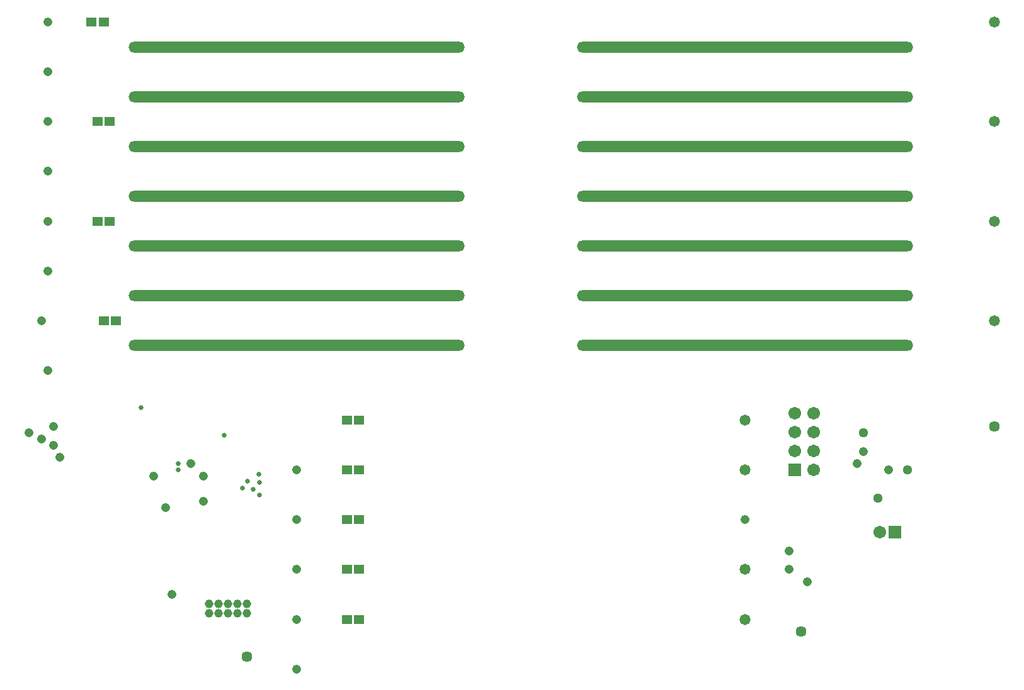
<source format=gbs>
G04*
G04 #@! TF.GenerationSoftware,Altium Limited,Altium Designer,20.1.14 (287)*
G04*
G04 Layer_Color=16711935*
%FSLAX25Y25*%
%MOIN*%
G70*
G04*
G04 #@! TF.SameCoordinates,FB09635C-FFB3-414F-8314-2C795C5734A7*
G04*
G04*
G04 #@! TF.FilePolarity,Negative*
G04*
G01*
G75*
%ADD25R,0.05347X0.04756*%
%ADD32C,0.04606*%
%ADD33R,0.06724X0.06724*%
%ADD34C,0.06724*%
%ADD35O,1.77984X0.05740*%
%ADD36C,0.05701*%
%ADD37R,0.06724X0.06724*%
%ADD38C,0.02591*%
%ADD39C,0.04756*%
%ADD40C,0.05102*%
%ADD41C,0.05819*%
D25*
X178150Y46161D02*
D03*
X184646D02*
D03*
X178150Y72539D02*
D03*
X184646D02*
D03*
X178150Y98917D02*
D03*
X184646D02*
D03*
X178150Y125295D02*
D03*
X184646D02*
D03*
X178150Y151673D02*
D03*
X184646D02*
D03*
X42963Y362697D02*
D03*
X49459D02*
D03*
X49557Y204429D02*
D03*
X56053D02*
D03*
X46260Y257185D02*
D03*
X52756D02*
D03*
X46260Y309941D02*
D03*
X52756D02*
D03*
D32*
X125403Y49459D02*
D03*
Y54459D02*
D03*
X120404Y49459D02*
D03*
X115403D02*
D03*
X120404Y54459D02*
D03*
X115403D02*
D03*
X110404Y49459D02*
D03*
X105403D02*
D03*
X110404Y54459D02*
D03*
X105403D02*
D03*
D33*
X468209Y92323D02*
D03*
D34*
X460335D02*
D03*
X425345Y155295D02*
D03*
X415344D02*
D03*
X425345Y145295D02*
D03*
X415344D02*
D03*
X425345Y135295D02*
D03*
X415344D02*
D03*
X425345Y125295D02*
D03*
D35*
X151673Y191240D02*
D03*
Y217618D02*
D03*
Y243996D02*
D03*
Y270374D02*
D03*
Y296752D02*
D03*
X389075Y191240D02*
D03*
Y217618D02*
D03*
Y243996D02*
D03*
Y270374D02*
D03*
Y296752D02*
D03*
Y323130D02*
D03*
Y349508D02*
D03*
X151673Y323130D02*
D03*
Y349508D02*
D03*
D36*
X520965Y148376D02*
D03*
X418750Y39567D02*
D03*
X125295Y26378D02*
D03*
D37*
X415344Y125295D02*
D03*
D38*
X131890Y112106D02*
D03*
X113427Y143758D02*
D03*
X89026Y125295D02*
D03*
Y128593D02*
D03*
X69242Y158268D02*
D03*
X131600Y123173D02*
D03*
X123033Y115797D02*
D03*
X128593Y115096D02*
D03*
X125573Y119468D02*
D03*
X131890Y118701D02*
D03*
D39*
X19783Y362697D02*
D03*
X16486Y141781D02*
D03*
X26378Y131890D02*
D03*
X412155Y72539D02*
D03*
X448425Y128593D02*
D03*
X451722Y135187D02*
D03*
X9892Y145079D02*
D03*
X23081Y148376D02*
D03*
Y138484D02*
D03*
X102215Y108809D02*
D03*
X75837Y121998D02*
D03*
X95620Y128593D02*
D03*
X16486Y204429D02*
D03*
X19783Y178051D02*
D03*
Y257185D02*
D03*
Y309941D02*
D03*
X82431Y105512D02*
D03*
X102215Y121998D02*
D03*
X85728Y59350D02*
D03*
X151673Y72539D02*
D03*
X389075Y98917D02*
D03*
X422047Y65945D02*
D03*
X412155Y82431D02*
D03*
X464911Y125295D02*
D03*
X151673Y19783D02*
D03*
Y46161D02*
D03*
Y98917D02*
D03*
Y125295D02*
D03*
X19783Y230807D02*
D03*
Y283563D02*
D03*
Y336319D02*
D03*
D40*
X459323Y110352D02*
D03*
X451722Y145079D02*
D03*
X474803Y125295D02*
D03*
D41*
X389075Y46161D02*
D03*
Y72539D02*
D03*
Y125295D02*
D03*
Y151673D02*
D03*
X520965Y204429D02*
D03*
Y257185D02*
D03*
Y309941D02*
D03*
Y362697D02*
D03*
M02*

</source>
